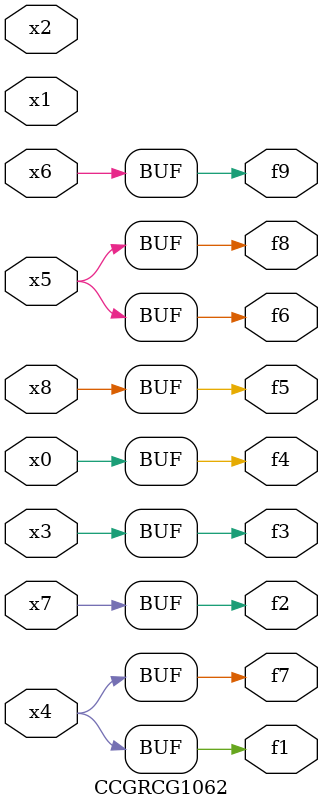
<source format=v>
module CCGRCG1062(
	input x0, x1, x2, x3, x4, x5, x6, x7, x8,
	output f1, f2, f3, f4, f5, f6, f7, f8, f9
);
	assign f1 = x4;
	assign f2 = x7;
	assign f3 = x3;
	assign f4 = x0;
	assign f5 = x8;
	assign f6 = x5;
	assign f7 = x4;
	assign f8 = x5;
	assign f9 = x6;
endmodule

</source>
